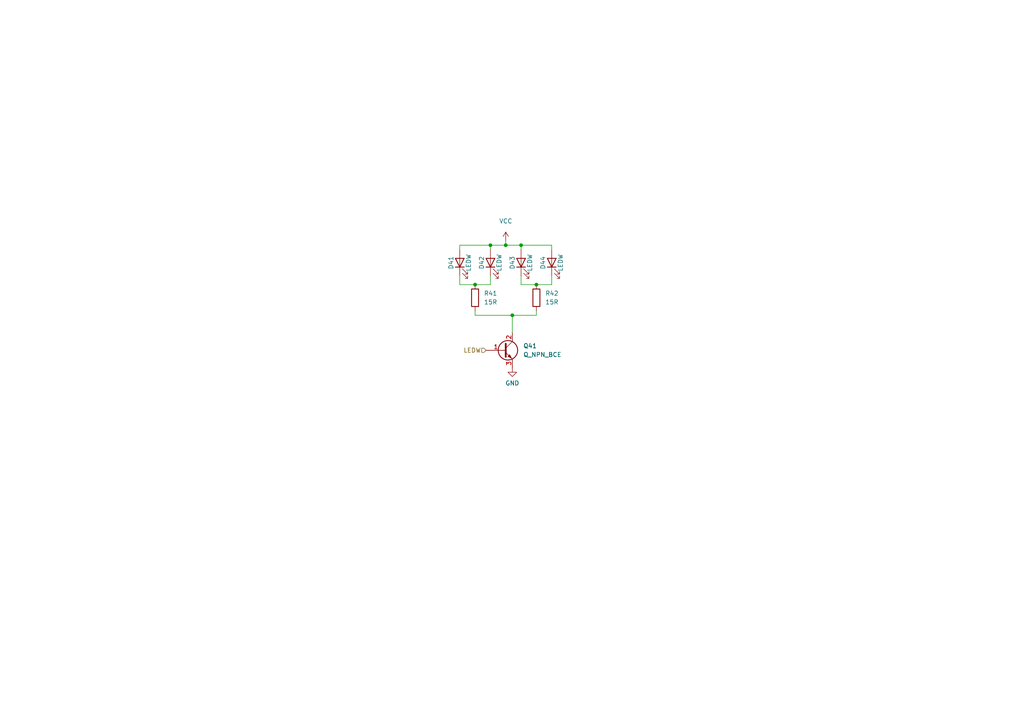
<source format=kicad_sch>
(kicad_sch (version 20211123) (generator eeschema)
  (paper "A4")
  (lib_symbols
    (symbol "Device:LED" (pin_numbers hide) (pin_names (offset 1.016) hide)
      (property "Reference" "D" (at 0 2.54 0))
      (property "Value" "LED" (at 0 -2.54 0))
      (symbol "LED_0_1"
        (polyline (pts (xy -1.27 -1.27) (xy -1.27 1.27)) (stroke (width 0.254)))
        (polyline (pts (xy -1.27 0) (xy 1.27 0)))
        (polyline (pts (xy 1.27 -1.27) (xy 1.27 1.27) (xy -1.27 0) (xy 1.27 -1.27)) (stroke (width 0.254)))
        (polyline (pts (xy -3.048 -0.762) (xy -4.572 -2.286) (xy -3.81 -2.286) (xy -4.572 -2.286) (xy -4.572 -1.524)))
        (polyline (pts (xy -1.778 -0.762) (xy -3.302 -2.286) (xy -2.54 -2.286) (xy -3.302 -2.286) (xy -3.302 -1.524)))
      )
      (symbol "LED_1_1"
        (pin passive line (at -3.81 0 0) (length 2.54) (name "K") (number "1"))
        (pin passive line (at 3.81 0 180) (length 2.54) (name "A") (number "2"))
      )
    )
    (symbol "Device:Q_NPN_BCE" (pin_names (offset 0) hide)
      (property "Reference" "Q" (at 5.08 1.27 0))
      (property "Value" "Q_NPN_BCE" (at 5.08 -1.27 0))
      (symbol "Q_NPN_BCE_0_1"
        (polyline (pts (xy 0.635 0.635) (xy 2.54 2.54)))
        (polyline (pts (xy 0.635 -0.635) (xy 2.54 -2.54) (xy 2.54 -2.54)))
        (polyline (pts (xy 0.635 1.905) (xy 0.635 -1.905) (xy 0.635 -1.905)) (stroke (width 0.508)))
        (polyline (pts (xy 1.27 -1.778) (xy 1.778 -1.27) (xy 2.286 -2.286) (xy 1.27 -1.778) (xy 1.27 -1.778)) (fill (type outline)))
        (circle (center 1.27 0) (radius 2.8194) (stroke (width 0.254)))
      )
      (symbol "Q_NPN_BCE_1_1"
        (pin input line (at -5.08 0 0) (length 5.715) (name "B") (number "1"))
        (pin passive line (at 2.54 5.08 270) (length 2.54) (name "C") (number "2"))
        (pin passive line (at 2.54 -5.08 90) (length 2.54) (name "E") (number "3"))
      )
    )
    (symbol "Device:R" (pin_numbers hide) (pin_names (offset 0))
      (property "Reference" "R" (at 2.032 0 90))
      (property "Value" "R" (at 0 0 90))
      (symbol "R_0_1"
        (rectangle (start -1.016 -2.54) (end 1.016 2.54) (stroke (width 0.254)))
      )
      (symbol "R_1_1"
        (pin passive line (at 0 3.81 270) (length 1.27) (name "~") (number "1"))
        (pin passive line (at 0 -3.81 90) (length 1.27) (name "~") (number "2"))
      )
    )
    (symbol "power:GND" (power) (pin_names (offset 0))
      (property "Value" "GND" (at 0 -3.81 0))
      (symbol "GND_0_1"
        (polyline (pts (xy 0 0) (xy 0 -1.27) (xy 1.27 -1.27) (xy 0 -2.54) (xy -1.27 -1.27) (xy 0 -1.27)))
      )
      (symbol "GND_1_1"
        (pin power_in line (at 0 0 270) (length 0) hide (name "GND") (number "1"))
      )
    )
    (symbol "power:VCC" (power) (pin_names (offset 0))
      (property "Value" "VCC" (at 0 3.81 0))
      (symbol "VCC_0_1"
        (polyline (pts (xy -0.762 1.27) (xy 0 2.54)))
        (polyline (pts (xy 0 0) (xy 0 2.54)))
        (polyline (pts (xy 0 2.54) (xy 0.762 1.27)))
      )
      (symbol "VCC_1_1"
        (pin power_in line (at 0 0 90) (length 0) hide (name "VCC") (number "1"))
      )
    )
  )
  (junction (at 148.59 91.44))
  (junction (at 142.24 71.12))
  (junction (at 151.13 71.12))
  (junction (at 137.795 82.55))
  (junction (at 146.685 71.12))
  (junction (at 155.575 82.55))
  (wire (pts (xy 137.795 90.17) (xy 137.795 91.44)))
  (wire (pts (xy 142.24 82.55) (xy 137.795 82.55)))
  (wire (pts (xy 160.02 71.12) (xy 160.02 72.39)))
  (wire (pts (xy 155.575 91.44) (xy 155.575 90.17)))
  (wire (pts (xy 133.35 80.01) (xy 133.35 82.55)))
  (wire (pts (xy 142.24 71.12) (xy 142.24 72.39)))
  (wire (pts (xy 160.02 80.01) (xy 160.02 82.55)))
  (wire (pts (xy 133.35 82.55) (xy 137.795 82.55)))
  (wire (pts (xy 137.795 91.44) (xy 148.59 91.44)))
  (wire (pts (xy 151.13 72.39) (xy 151.13 71.12)))
  (wire (pts (xy 133.35 71.12) (xy 142.24 71.12)))
  (wire (pts (xy 148.59 91.44) (xy 148.59 96.52)))
  (wire (pts (xy 133.35 72.39) (xy 133.35 71.12)))
  (wire (pts (xy 146.685 69.85) (xy 146.685 71.12)))
  (wire (pts (xy 160.02 82.55) (xy 155.575 82.55)))
  (wire (pts (xy 142.24 71.12) (xy 146.685 71.12)))
  (wire (pts (xy 142.24 80.01) (xy 142.24 82.55)))
  (wire (pts (xy 151.13 82.55) (xy 155.575 82.55)))
  (wire (pts (xy 146.685 71.12) (xy 151.13 71.12)))
  (wire (pts (xy 151.13 71.12) (xy 160.02 71.12)))
  (wire (pts (xy 151.13 80.01) (xy 151.13 82.55)))
  (wire (pts (xy 148.59 91.44) (xy 155.575 91.44)))
  (hierarchical_label "LEDW" (shape input) (at 140.97 101.6 180))
  (symbol (lib_id "Device:LED") (at 142.24 76.2 90) (unit 1)
    (property "Reference" "D42" (at 139.7 76.2 0))
    (property "Value" "LEDW" (at 144.78 76.2 0))
    (property "Footprint" "LED_SMD:LED_PLCC-2" (effects hide))
    (property "Datasheet" "https://www.lcsc.com/product-detail/Light-Emitting-Diodes-LED_Everlight-Elec-67-21S-KK5C-H302433Z6-2T_C694704.html" (effects hide))
    (property "Price" "0.010" (effects hide))
  )
  (symbol (lib_id "Device:LED") (at 133.35 76.2 90) (unit 1)
    (property "Reference" "D41" (at 130.81 76.2 0))
    (property "Value" "LEDW" (at 135.89 76.2 0))
    (property "Footprint" "LED_SMD:LED_PLCC-2" (effects hide))
    (property "Datasheet" "https://www.lcsc.com/product-detail/Light-Emitting-Diodes-LED_Everlight-Elec-67-21S-KK5C-H302433Z6-2T_C694704.html" (effects hide))
    (property "Price" "0.010" (effects hide))
  )
  (symbol (lib_id "power:GND") (at 148.59 106.68 0) (unit 1)
    (property "Reference" "#PWR042" (effects hide))
    (property "Value" "GND" (at 148.59 111.125 0))
  )
  (symbol (lib_id "Device:LED") (at 160.02 76.2 90) (unit 1)
    (property "Reference" "D44" (at 157.48 76.2 0))
    (property "Value" "LEDW" (at 162.56 76.2 0))
    (property "Footprint" "LED_SMD:LED_PLCC-2" (effects hide))
    (property "Datasheet" "https://www.lcsc.com/product-detail/Light-Emitting-Diodes-LED_Everlight-Elec-67-21S-KK5C-H302433Z6-2T_C694704.html" (effects hide))
    (property "Price" "0.010" (effects hide))
  )
  (symbol (lib_id "Device:Q_NPN_BCE") (at 146.05 101.6 0) (unit 1)
    (property "Reference" "Q41" (at 151.765 100.3299 0) (effects (justify left)))
    (property "Value" "Q_NPN_BCE" (at 151.765 102.8699 0) (effects (justify left)))
    (property "Footprint" "Package_TO_SOT_SMD:SOT-23" (effects hide))
    (property "Datasheet" "https://www.lcsc.com/product-detail/Bipolar-Transistors-BJT_TWGMC-S9013_C727139.html" (effects hide))
    (property "Price" "0.007" (effects hide))
  )
  (symbol (lib_id "Device:R") (at 155.575 86.36 180) (unit 1)
    (property "Reference" "R42" (at 158.115 85.0899 0) (effects (justify right)))
    (property "Value" "15R" (at 158.115 87.6299 0) (effects (justify right)))
    (property "Footprint" "Resistor_SMD:R_1206_3216Metric_Pad1.30x1.75mm_HandSolder" (effects hide))
    (property "Datasheet" "https://www.lcsc.com/product-detail/Chip-Resistor-Surface-Mount_FOJAN-FRC1206J150TSD_C2930350.html" (effects hide))
    (property "Price" "0.0021" (effects hide))
  )
  (symbol (lib_id "power:VCC") (at 146.685 69.85 0) (unit 1)
    (property "Reference" "#PWR041" (effects hide))
    (property "Value" "VCC" (at 146.685 64.135 0))
  )
  (symbol (lib_id "Device:LED") (at 151.13 76.2 90) (unit 1)
    (property "Reference" "D43" (at 148.59 76.2 0))
    (property "Value" "LEDW" (at 153.67 76.2 0))
    (property "Footprint" "LED_SMD:LED_PLCC-2" (effects hide))
    (property "Datasheet" "https://www.lcsc.com/product-detail/Light-Emitting-Diodes-LED_Everlight-Elec-67-21S-KK5C-H302433Z6-2T_C694704.html" (effects hide))
    (property "Price" "0.010" (effects hide))
  )
  (symbol (lib_id "Device:R") (at 137.795 86.36 180) (unit 1)
    (property "Reference" "R41" (at 140.335 85.0899 0) (effects (justify right)))
    (property "Value" "15R" (at 140.335 87.6299 0) (effects (justify right)))
    (property "Footprint" "Resistor_SMD:R_1206_3216Metric_Pad1.30x1.75mm_HandSolder" (effects hide))
    (property "Datasheet" "https://www.lcsc.com/product-detail/Chip-Resistor-Surface-Mount_FOJAN-FRC1206J150TSD_C2930350.html" (effects hide))
    (property "Price" "0.0021" (effects hide))
  )
)
</source>
